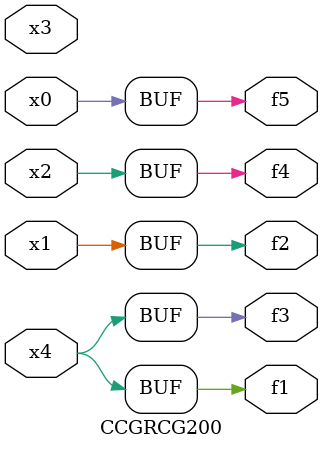
<source format=v>
module CCGRCG200(
	input x0, x1, x2, x3, x4,
	output f1, f2, f3, f4, f5
);
	assign f1 = x4;
	assign f2 = x1;
	assign f3 = x4;
	assign f4 = x2;
	assign f5 = x0;
endmodule

</source>
